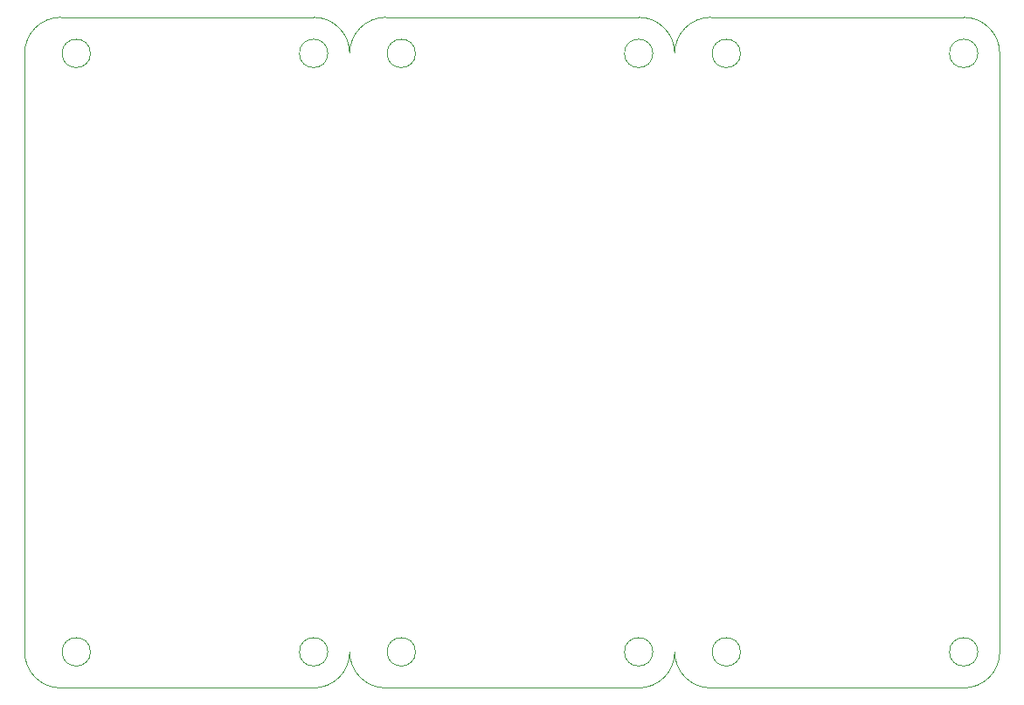
<source format=gbr>
%TF.GenerationSoftware,KiCad,Pcbnew,(5.1.10)-1*%
%TF.CreationDate,2022-04-18T12:48:46-04:00*%
%TF.ProjectId,blinds 2.0 Panel,626c696e-6473-4203-922e-302050616e65,rev?*%
%TF.SameCoordinates,Original*%
%TF.FileFunction,Profile,NP*%
%FSLAX46Y46*%
G04 Gerber Fmt 4.6, Leading zero omitted, Abs format (unit mm)*
G04 Created by KiCad (PCBNEW (5.1.10)-1) date 2022-04-18 12:48:46*
%MOMM*%
%LPD*%
G01*
G04 APERTURE LIST*
%TA.AperFunction,Profile*%
%ADD10C,0.050000*%
%TD*%
G04 APERTURE END LIST*
D10*
X240792000Y-127127000D02*
X240791880Y-69125280D01*
X212791880Y-130625280D02*
X237291879Y-130625280D01*
X209291880Y-69125281D02*
G75*
G02*
X212791880Y-65625281I3500000J0D01*
G01*
X212791880Y-130625280D02*
G75*
G02*
X209291880Y-127125280I0J3500000D01*
G01*
X237291879Y-65625281D02*
X212791880Y-65625281D01*
X240791880Y-127125281D02*
G75*
G02*
X237291879Y-130625280I-3500000J1D01*
G01*
X237291879Y-65625281D02*
G75*
G02*
X240791880Y-69125280I1J-3500000D01*
G01*
X238666880Y-127125280D02*
G75*
G03*
X238666880Y-127125280I-1375000J0D01*
G01*
X215666880Y-69125281D02*
G75*
G03*
X215666880Y-69125281I-1375000J0D01*
G01*
X215666880Y-127125280D02*
G75*
G03*
X215666880Y-127125280I-1375000J0D01*
G01*
X238666880Y-69125281D02*
G75*
G03*
X238666880Y-69125281I-1375000J0D01*
G01*
X181295880Y-130625280D02*
X205795879Y-130625280D01*
X177795880Y-69125281D02*
G75*
G02*
X181295880Y-65625281I3500000J0D01*
G01*
X181295880Y-130625280D02*
G75*
G02*
X177795880Y-127125280I0J3500000D01*
G01*
X205795879Y-65625281D02*
X181295880Y-65625281D01*
X209295880Y-127125281D02*
G75*
G02*
X205795879Y-130625280I-3500000J1D01*
G01*
X205795879Y-65625281D02*
G75*
G02*
X209295880Y-69125280I1J-3500000D01*
G01*
X207170880Y-127125280D02*
G75*
G03*
X207170880Y-127125280I-1375000J0D01*
G01*
X184170880Y-69125281D02*
G75*
G03*
X184170880Y-69125281I-1375000J0D01*
G01*
X184170880Y-127125280D02*
G75*
G03*
X184170880Y-127125280I-1375000J0D01*
G01*
X207170880Y-69125281D02*
G75*
G03*
X207170880Y-69125281I-1375000J0D01*
G01*
X152674880Y-69125281D02*
G75*
G03*
X152674880Y-69125281I-1375000J0D01*
G01*
X175674880Y-69125281D02*
G75*
G03*
X175674880Y-69125281I-1375000J0D01*
G01*
X152674880Y-127125280D02*
G75*
G03*
X152674880Y-127125280I-1375000J0D01*
G01*
X175674880Y-127125280D02*
G75*
G03*
X175674880Y-127125280I-1375000J0D01*
G01*
X174299879Y-65625281D02*
G75*
G02*
X177799880Y-69125280I1J-3500000D01*
G01*
X177799880Y-127125281D02*
G75*
G02*
X174299879Y-130625280I-3500000J1D01*
G01*
X149799880Y-130625280D02*
X174299879Y-130625280D01*
X174299879Y-65625281D02*
X149799880Y-65625281D01*
X146299880Y-69125281D02*
G75*
G02*
X149799880Y-65625281I3500000J0D01*
G01*
X149799880Y-130625280D02*
G75*
G02*
X146299880Y-127125280I0J3500000D01*
G01*
X146299880Y-69125281D02*
X146299880Y-127125280D01*
M02*

</source>
